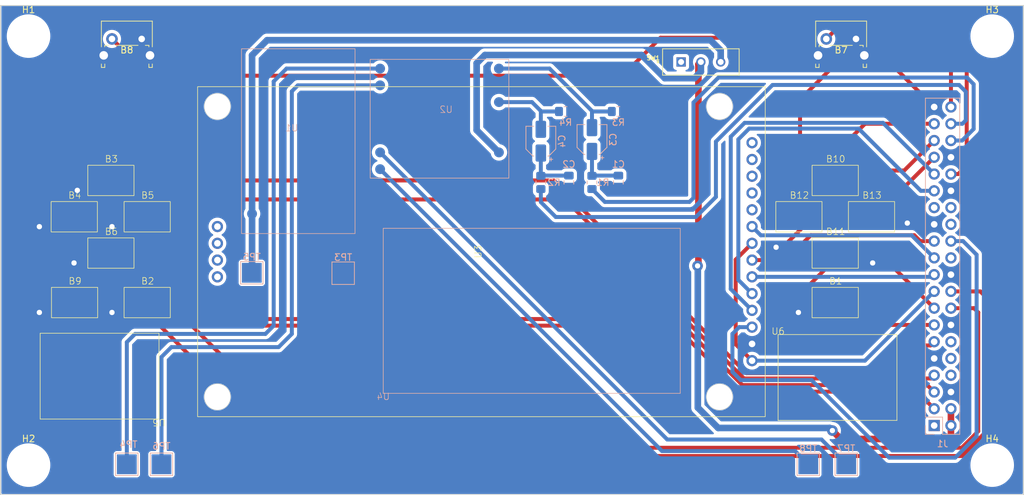
<source format=kicad_pcb>
(kicad_pcb (version 20221018) (generator pcbnew)
  (layers (0 "F.Cu" signal) (31 "B.Cu" signal) (34 "B.Paste" user) (35 "F.Paste" user) (36 "B.SilkS" user "B.Silkscreen") (37 "F.SilkS" user "F.Silkscreen") (38 "B.Mask" user) (39 "F.Mask" user) (44 "Edge.Cuts" user))
  (net 0 "")
  (net 1 "Net-(C1-Pad1)")
  (net 2 "GND")
  (net 3 "Net-(C2-Pad1)")
  (net 4 "/L")
  (net 5 "/R")
  (net 6 "/PWM0")
  (net 7 "/PWM1")
  (net 8 "/audioL-")
  (net 9 "+5V")
  (net 10 "/audioL+")
  (net 11 "/audioR+")
  (net 12 "/audioR-")
  (net 22 "/MISO")
  (net 23 "+3.3V")
  (net 24 "/CLK")
  (net 25 "/MOSI")
  (net 26 "/A0")
  (net 27 "/RST")
  (net 28 "/CS")
  (net 33 "/bt_start")
  (net 36 "/bt_select")
  (net 39 "/bt_L_1")
  (net 42 "/bt_L_2")
  (net 45 "/bt_L_3")
  (net 48 "/bt_L_4")
  (net 51 "/bt_R_1")
  (net 52 "/bt_R_2")
  (net 55 "/bt_R_3")
  (net 58 "/bt_R_4")
  (net 64 "/r_a_R")
  (net 65 "/r_a_L")
  (net 66 "/r_a_Z")
  (net 73 "+BATT")
  (footprint "ili9341:ili9341" (layer "F.Cu") (at 140.365 97.91375 90)
    (fp_text reference "U3" (at 0 -0.5 90 unlocked) (layer "F.SilkS") (effects (font (thickness 0.1))))
    (fp_text value "~")
    (fp_circle (center -22 -40) (end -20 -40) (stroke (width 0.1)) (fill none) (layer "Edge.Cuts"))
    (fp_circle (center -22 36.08) (end -20 36.08) (stroke (width 0.1)) (fill none) (layer "Edge.Cuts"))
    (fp_circle (center 22 -40) (end 24 -40) (stroke (width 0.1)) (fill none) (layer "Edge.Cuts"))
    (fp_circle (center 22 36.08) (end 24 36.08) (stroke (width 0.1)) (fill none) (layer "Edge.Cuts"))
    (pad "1" thru_hole circle (at 16.51 41 90) (size 1.7 1.7) (drill 1) (layers "*.Cu" "*.Mask"))
    (pad "2" thru_hole circle (at 13.97 41 90) (size 1.7 1.7) (drill 1) (layers "*.Cu" "*.Mask"))
    (pad "3" thru_hole circle (at 11.43 41 90) (size 1.7 1.7) (drill 1) (layers "*.Cu" "*.Mask"))
    (pad "4" thru_hole circle (at 8.89 41 90) (size 1.7 1.7) (drill 1) (layers "*.Cu" "*.Mask"))
    (pad "5" thru_hole circle (at 6.35 41 90) (size 1.7 1.7) (drill 1) (layers "*.Cu" "*.Mask"))
    (pad "6" thru_hole circle (at 3.81 41 90) (size 1.7 1.7) (drill 1) (layers "*.Cu" "*.Mask") (net 22 "/MISO"))
    (pad "7" thru_hole circle (at 1.27 41 90) (size 1.7 1.7) (drill 1) (layers "*.Cu" "*.Mask") (net 23 "+3.3V"))
    (pad "8" thru_hole circle (at -1.27 41 90) (size 1.7 1.7) (drill 1) (layers "*.Cu" "*.Mask") (net 24 "/CLK"))
    (pad "9" thru_hole circle (at -3.81 41 90) (size 1.7 1.7) (drill 1) (layers "*.Cu" "*.Mask") (net 25 "/MOSI"))
    (pad "10" thru_hole circle (at -6.35 41 90) (size 1.7 1.7) (drill 1) (layers "*.Cu" "*.Mask") (net 26 "/A0"))
    (pad "11" thru_hole circle (at -8.89 41 90) (size 1.7 1.7) (drill 1) (layers "*.Cu" "*.Mask") (net 27 "/RST"))
    (pad "12" thru_hole circle (at -11.43 41 90) (size 1.7 1.7) (drill 1) (layers "*.Cu" "*.Mask") (net 28 "/CS"))
    (pad "13" thru_hole circle (at -13.97 41 90) (size 1.7 1.7) (drill 1) (layers "*.Cu" "*.Mask") (net 2 "GND"))
    (pad "14" thru_hole circle (at -16.51 41 90) (size 1.7 1.7) (drill 1) (layers "*.Cu" "*.Mask") (net 23 "+3.3V"))
    (pad "15" thru_hole circle (at 3.81 -40 90) (size 1.7 1.7) (drill 1) (layers "*.Cu" "*.Mask"))
    (pad "16" thru_hole circle (at 1.27 -40 90) (size 1.7 1.7) (drill 1) (layers "*.Cu" "*.Mask"))
    (pad "17" thru_hole circle (at -1.27 -40 90) (size 1.7 1.7) (drill 1) (layers "*.Cu" "*.Mask"))
    (pad "18" thru_hole circle (at -3.81 -40 90) (size 1.7 1.7) (drill 1) (layers "*.Cu" "*.Mask"))
  )
  (footprint "smd_button_grond:45x45x55" (layer "F.Cu") (at 84.225 87.17)
    (fp_text reference "B3" (at 0.075 -3.3 unlocked) (layer "F.SilkS") (effects (font (thickness 0.1))))
    (fp_text value "~")
    (pad "1" smd rect (at -2.825 -1.55) (size 1.15 0.7) (layers "F.Cu" "F.Paste" "F.Mask") (net 39 "/bt_L_1"))
    (pad "2" smd rect (at -2.825 1.45) (size 1.15 0.7) (layers "F.Cu" "F.Paste" "F.Mask") (net 2 "GND"))
    (pad "3" smd rect (at 2.825 -1.55) (size 1.15 0.7) (layers "F.Cu" "F.Paste" "F.Mask"))
    (pad "4" smd rect (at 2.825 1.45) (size 1.15 0.7) (layers "F.Cu" "F.Paste" "F.Mask"))
  )
  (footprint "smd_button_grond:45x45x55" (layer "F.Cu") (at 89.725 92.67)
    (fp_text reference "B5" (at 0.075 -3.3 unlocked) (layer "F.SilkS") (effects (font (thickness 0.1))))
    (fp_text value "~")
    (pad "1" smd rect (at -2.825 -1.55) (size 1.15 0.7) (layers "F.Cu" "F.Paste" "F.Mask") (net 45 "/bt_L_3"))
    (pad "2" smd rect (at -2.825 1.45) (size 1.15 0.7) (layers "F.Cu" "F.Paste" "F.Mask") (net 2 "GND"))
    (pad "3" smd rect (at 2.825 -1.55) (size 1.15 0.7) (layers "F.Cu" "F.Paste" "F.Mask"))
    (pad "4" smd rect (at 2.825 1.45) (size 1.15 0.7) (layers "F.Cu" "F.Paste" "F.Mask"))
  )
  (footprint "MountingHole:MountingHole_3mm" (layer "F.Cu") (at 217.75 65.25)
    (fp_text reference "H3" (at 0 -4) (layer "F.SilkS"))
    (fp_text value "MountingHole" hide)
    (pad "" np_thru_hole circle (at 0 0) (size 3 3) (drill 3) (layers "*.Cu" "*.Mask"))
  )
  (footprint "MountingHole:MountingHole_3mm" (layer "F.Cu") (at 71.75 65.25)
    (fp_text reference "H1" (at 0 -4) (layer "F.SilkS"))
    (fp_text value "MountingHole" hide)
    (pad "" np_thru_hole circle (at 0 0) (size 3 3) (drill 3) (layers "*.Cu" "*.Mask"))
  )
  (footprint "smd_button_grond:45x45x55" (layer "F.Cu") (at 78.675 92.67)
    (fp_text reference "B4" (at 0.075 -3.3 unlocked) (layer "F.SilkS") (effects (font (thickness 0.1))))
    (fp_text value "~")
    (pad "1" smd rect (at -2.825 -1.55) (size 1.15 0.7) (layers "F.Cu" "F.Paste" "F.Mask") (net 42 "/bt_L_2"))
    (pad "2" smd rect (at -2.825 1.45) (size 1.15 0.7) (layers "F.Cu" "F.Paste" "F.Mask") (net 2 "GND"))
    (pad "3" smd rect (at 2.825 -1.55) (size 1.15 0.7) (layers "F.Cu" "F.Paste" "F.Mask"))
    (pad "4" smd rect (at 2.825 1.45) (size 1.15 0.7) (layers "F.Cu" "F.Paste" "F.Mask"))
  )
  (footprint "smd_button_grond:45x45x55" (layer "F.Cu") (at 84.225 98.17)
    (fp_text reference "B6" (at 0.075 -3.3 unlocked) (layer "F.SilkS") (effects (font (thickness 0.1))))
    (fp_text value "~")
    (pad "1" smd rect (at -2.825 -1.55) (size 1.15 0.7) (layers "F.Cu" "F.Paste" "F.Mask") (net 48 "/bt_L_4"))
    (pad "2" smd rect (at -2.825 1.45) (size 1.15 0.7) (layers "F.Cu" "F.Paste" "F.Mask") (net 2 "GND"))
    (pad "3" smd rect (at 2.825 -1.55) (size 1.15 0.7) (layers "F.Cu" "F.Paste" "F.Mask"))
    (pad "4" smd rect (at 2.825 1.45) (size 1.15 0.7) (layers "F.Cu" "F.Paste" "F.Mask"))
  )
  (footprint "smd_button_grond:45x45x55" (layer "F.Cu") (at 193.965 98.17)
    (fp_text reference "B11" (at 0.075 -3.3 unlocked) (layer "F.SilkS") (effects (font (thickness 0.1))))
    (fp_text value "~")
    (pad "1" smd rect (at -2.825 -1.55) (size 1.15 0.7) (layers "F.Cu" "F.Paste" "F.Mask"))
    (pad "2" smd rect (at -2.825 1.45) (size 1.15 0.7) (layers "F.Cu" "F.Paste" "F.Mask"))
    (pad "3" smd rect (at 2.825 -1.55) (size 1.15 0.7) (layers "F.Cu" "F.Paste" "F.Mask") (net 55 "/bt_R_3"))
    (pad "4" smd rect (at 2.825 1.45) (size 1.15 0.7) (layers "F.Cu" "F.Paste" "F.Mask") (net 2 "GND"))
  )
  (footprint "smd_button_grond:45x45x55" (layer "F.Cu") (at 199.465 92.67)
    (fp_text reference "B13" (at 0.075 -3.3 unlocked) (layer "F.SilkS") (effects (font (thickness 0.1))))
    (fp_text value "~")
    (pad "1" smd rect (at -2.825 -1.55) (size 1.15 0.7) (layers "F.Cu" "F.Paste" "F.Mask"))
    (pad "2" smd rect (at -2.825 1.45) (size 1.15 0.7) (layers "F.Cu" "F.Paste" "F.Mask"))
    (pad "3" smd rect (at 2.825 -1.55) (size 1.15 0.7) (layers "F.Cu" "F.Paste" "F.Mask") (net 58 "/bt_R_4"))
    (pad "4" smd rect (at 2.825 1.45) (size 1.15 0.7) (layers "F.Cu" "F.Paste" "F.Mask") (net 2 "GND"))
  )
  (footprint "Button_Switch_THT:SW_Tactile_SPST_Angled_PTS645Vx58-2LFS" (layer "F.Cu") (at 192.615 65.68)
    (fp_text reference "B7" (at 2.25 1.68) (layer "F.SilkS"))
    (fp_text value "~")
    (pad "1" thru_hole circle (at 0 0) (size 1.75 1.75) (drill 0.99) (layers "*.Cu" "*.Mask") (net 64 "/r_a_R"))
    (pad "2" thru_hole circle (at 4.5 0) (size 1.75 1.75) (drill 0.99) (layers "*.Cu" "*.Mask") (net 2 "GND"))
    (pad "3" thru_hole circle (at -1.25 2.49) (size 2.1 2.1) (drill 1.3) (layers "*.Cu" "*.Mask") (net 2 "GND"))
    (pad "4" thru_hole circle (at 5.76 2.49) (size 2.1 2.1) (drill 1.3) (layers "*.Cu" "*.Mask") (net 2 "GND"))
  )
  (footprint "smd_button_grond:45x45x55" (layer "F.Cu") (at 193.965 87.17)
    (fp_text reference "B10" (at 0.075 -3.3 unlocked) (layer "F.SilkS") (effects (font (thickness 0.1))))
    (fp_text value "~")
    (pad "1" smd rect (at -2.825 -1.55) (size 1.15 0.7) (layers "F.Cu" "F.Paste" "F.Mask"))
    (pad "2" smd rect (at -2.825 1.45) (size 1.15 0.7) (layers "F.Cu" "F.Paste" "F.Mask"))
    (pad "3" smd rect (at 2.825 -1.55) (size 1.15 0.7) (layers "F.Cu" "F.Paste" "F.Mask") (net 51 "/bt_R_1"))
    (pad "4" smd rect (at 2.825 1.45) (size 1.15 0.7) (layers "F.Cu" "F.Paste" "F.Mask") (net 2 "GND"))
  )
  (footprint "smd_button_grond:45x45x55" (layer "F.Cu") (at 188.465 92.67)
    (fp_text reference "B12" (at 0.075 -3.3 unlocked) (layer "F.SilkS") (effects (font (thickness 0.1))))
    (fp_text value "~")
    (pad "1" smd rect (at -2.825 -1.55) (size 1.15 0.7) (layers "F.Cu" "F.Paste" "F.Mask"))
    (pad "2" smd rect (at -2.825 1.45) (size 1.15 0.7) (layers "F.Cu" "F.Paste" "F.Mask"))
    (pad "3" smd rect (at 2.825 -1.55) (size 1.15 0.7) (layers "F.Cu" "F.Paste" "F.Mask") (net 52 "/bt_R_2"))
    (pad "4" smd rect (at 2.825 1.45) (size 1.15 0.7) (layers "F.Cu" "F.Paste" "F.Mask") (net 2 "GND"))
  )
  (footprint "hoparlor:hoparlor" (layer "F.Cu") (at 185.315 110.47)
    (fp_text reference "U6" (at 0 -0.5 unlocked) (layer "F.SilkS") (effects (font (thickness 0.1))))
    (fp_text value "~")
  )
  (footprint "Button_Switch_THT:SW_Tactile_SPST_Angled_PTS645Vx58-2LFS" (layer "F.Cu") (at 84.39 65.68)
    (fp_text reference "B8" (at 2.25 1.68) (layer "F.SilkS"))
    (fp_text value "~")
    (pad "1" thru_hole circle (at 0 0) (size 1.75 1.75) (drill 0.99) (layers "*.Cu" "*.Mask") (net 65 "/r_a_L"))
    (pad "2" thru_hole circle (at 4.5 0) (size 1.75 1.75) (drill 0.99) (layers "*.Cu" "*.Mask") (net 2 "GND"))
    (pad "3" thru_hole circle (at -1.25 2.49) (size 2.1 2.1) (drill 1.3) (layers "*.Cu" "*.Mask") (net 2 "GND"))
    (pad "4" thru_hole circle (at 5.76 2.49) (size 2.1 2.1) (drill 1.3) (layers "*.Cu" "*.Mask") (net 2 "GND"))
  )
  (footprint "MountingHole:MountingHole_3mm" (layer "F.Cu") (at 71.75 130.25)
    (fp_text reference "H2" (at 0 -4) (layer "F.SilkS"))
    (fp_text value "MountingHole" hide)
    (pad "" np_thru_hole circle (at 0 0) (size 3 3) (drill 3) (layers "*.Cu" "*.Mask"))
  )
  (footprint "spdt_switch:SW_MINI-SPDT-SW" (layer "F.Cu") (at 173.615 69.17)
    (fp_text reference "SW1" (at -7.22 -0.59) (layer "F.SilkS") (effects (font (size 0.64 0.64))))
    (fp_text value "SW_SPDT")
    (pad "1" thru_hole rect (at -3 0) (size 1.408 1.408) (drill 0.9) (layers "*.Cu" "*.Mask"))
    (pad "2" thru_hole circle (at 0 0) (size 1.408 1.408) (drill 0.9) (layers "*.Cu" "*.Mask") (net 9 "+5V"))
    (pad "3" thru_hole circle (at 3 0) (size 1.408 1.408) (drill 0.9) (layers "*.Cu" "*.Mask") (net 73 "+BATT"))
  )
  (footprint "smd_button_grond:45x45x55" (layer "F.Cu") (at 78.725 105.67)
    (fp_text reference "B9" (at 0.075 -3.3 unlocked) (layer "F.SilkS") (effects (font (thickness 0.1))))
    (fp_text value "~")
    (pad "1" smd rect (at -2.825 -1.55) (size 1.15 0.7) (layers "F.Cu" "F.Paste" "F.Mask") (net 66 "/r_a_Z"))
    (pad "2" smd rect (at -2.825 1.45) (size 1.15 0.7) (layers "F.Cu" "F.Paste" "F.Mask") (net 2 "GND"))
    (pad "3" smd rect (at 2.825 -1.55) (size 1.15 0.7) (layers "F.Cu" "F.Paste" "F.Mask"))
    (pad "4" smd rect (at 2.825 1.45) (size 1.15 0.7) (layers "F.Cu" "F.Paste" "F.Mask"))
  )
  (footprint "smd_button_grond:45x45x55" (layer "F.Cu") (at 89.725 105.67)
    (fp_text reference "B2" (at 0.075 -3.3 unlocked) (layer "F.SilkS") (effects (font (thickness 0.1))))
    (fp_text value "~")
    (pad "1" smd rect (at -2.825 -1.55) (size 1.15 0.7) (layers "F.Cu" "F.Paste" "F.Mask") (net 36 "/bt_select"))
    (pad "2" smd rect (at -2.825 1.45) (size 1.15 0.7) (layers "F.Cu" "F.Paste" "F.Mask") (net 2 "GND"))
    (pad "3" smd rect (at 2.825 -1.55) (size 1.15 0.7) (layers "F.Cu" "F.Paste" "F.Mask"))
    (pad "4" smd rect (at 2.825 1.45) (size 1.15 0.7) (layers "F.Cu" "F.Paste" "F.Mask"))
  )
  (footprint "smd_button_grond:45x45x55" (layer "F.Cu") (at 193.965 105.67)
    (fp_text reference "B1" (at 0.075 -3.3 unlocked) (layer "F.SilkS") (effects (font (thickness 0.1))))
    (fp_text value "~")
    (pad "1" smd rect (at -2.825 -1.55) (size 1.15 0.7) (layers "F.Cu" "F.Paste" "F.Mask") (net 33 "/bt_start"))
    (pad "2" smd rect (at -2.825 1.45) (size 1.15 0.7) (layers "F.Cu" "F.Paste" "F.Mask") (net 2 "GND"))
    (pad "3" smd rect (at 2.825 -1.55) (size 1.15 0.7) (layers "F.Cu" "F.Paste" "F.Mask"))
    (pad "4" smd rect (at 2.825 1.45) (size 1.15 0.7) (layers "F.Cu" "F.Paste" "F.Mask"))
  )
  (footprint "MountingHole:MountingHole_3mm" (layer "F.Cu") (at 217.75 130.25)
    (fp_text reference "H4" (at 0 -4) (layer "F.SilkS"))
    (fp_text value "MountingHole" hide)
    (pad "" np_thru_hole circle (at 0 0) (size 3 3) (drill 3) (layers "*.Cu" "*.Mask"))
  )
  (footprint "hoparlor:hoparlor" (layer "F.Cu") (at 91.515 123.27 180)
    (fp_text reference "U5" (at 0 -0.5 180 unlocked) (layer "F.SilkS") (effects (font (thickness 0.1))))
    (fp_text value "~")
  )
  (footprint "Resistor_SMD:R_0805_2012Metric_Pad1.20x1.40mm_HandSolder" (layer "B.Cu") (at 157.115 87.42 90)
    (fp_text reference "R1" (at 0 1.65) (layer "B.SilkS") (effects (justify mirror)))
    (fp_text value "R" hide)
    (pad "1" smd roundrect (at -1 0 90) (size 1.2 1.4) (layers "B.Cu" "B.Paste" "B.Mask") (roundrect_rratio 0.2083333333) (net 6 "/PWM0"))
    (pad "2" smd roundrect (at 1 0 90) (size 1.2 1.4) (layers "B.Cu" "B.Paste" "B.Mask") (roundrect_rratio 0.2083333333) (net 1 "Net-(C1-Pad1)"))
  )
  (footprint "Capacitor_SMD:CP_Elec_4x5.4" (layer "B.Cu") (at 149.365 81.17 90)
    (fp_text reference "C4" (at 0 3.2 90) (layer "B.SilkS") (effects (justify mirror)))
    (fp_text value "C")
    (pad "1" smd roundrect (at -1.8 0 90) (size 2.6 1.6) (layers "B.Cu" "B.Paste" "B.Mask") (roundrect_rratio 0.15625) (net 3 "Net-(C2-Pad1)"))
    (pad "2" smd roundrect (at 1.8 0 90) (size 2.6 1.6) (layers "B.Cu" "B.Paste" "B.Mask") (roundrect_rratio 0.15625) (net 5 "/R"))
  )
  (footprint "TestPoint:TestPoint_Pad_3.0x3.0mm" (layer "B.Cu") (at 195.64 130.12 180)
    (fp_text reference "TP7" (at 0 2.398) (layer "B.SilkS") (effects (justify mirror)))
    (fp_text value "TestPoint" hide)
    (pad "1" smd rect (at 0 0 180) (size 3 3) (layers "B.Cu" "B.Mask") (net 11 "/audioR+"))
  )
  (footprint "TestPoint:TestPoint_Pad_3.0x3.0mm" (layer "B.Cu") (at 91.89 130.12 -90)
    (fp_text reference "TP6" (at -2.75 0 -180) (layer "B.SilkS") (effects (justify mirror)))
    (fp_text value "TestPoint" hide)
    (pad "1" smd rect (at 0 0 270) (size 3 3) (layers "B.Cu" "B.Mask") (net 10 "/audioL+"))
  )
  (footprint "TestPoint:TestPoint_Pad_3.0x3.0mm" (layer "B.Cu") (at 119.415 101.17 180)
    (fp_text reference "TP3" (at 0 2.398) (layer "B.SilkS") (effects (justify mirror)))
    (fp_text value "TestPoint" hide)
    (pad "1" smd rect (at 0 0 180) (size 3 3) (layers "B.Cu" "B.Mask") (net 2 "GND"))
  )
  (footprint "TestPoint:TestPoint_Pad_3.0x3.0mm" (layer "B.Cu") (at 189.89 130.12 180)
    (fp_text reference "TP8" (at 0 2.398) (layer "B.SilkS") (effects (justify mirror)))
    (fp_text value "TestPoint" hide)
    (pad "1" smd rect (at 0 0 180) (size 3 3) (layers "B.Cu" "B.Mask") (net 12 "/audioR-"))
  )
  (footprint "Capacitor_SMD:C_0805_2012Metric_Pad1.18x1.45mm_HandSolder" (layer "B.Cu") (at 161.115 87.42 -90)
    (fp_text reference "C1" (at -2.75 0) (layer "B.SilkS") (effects (justify mirror)))
    (fp_text value "C" hide)
    (pad "1" smd roundrect (at -1.0375 0 270) (size 1.175 1.45) (layers "B.Cu" "B.Paste" "B.Mask") (roundrect_rratio 0.2127659574) (net 1 "Net-(C1-Pad1)"))
    (pad "2" smd roundrect (at 1.0375 0 270) (size 1.175 1.45) (layers "B.Cu" "B.Paste" "B.Mask") (roundrect_rratio 0.2127659574) (net 2 "GND"))
  )
  (footprint "TestPoint:TestPoint_Pad_3.0x3.0mm" (layer "B.Cu") (at 105.575 101.11 180)
    (fp_text reference "TP5" (at 0 2.398) (layer "B.SilkS") (effects (justify mirror)))
    (fp_text value "TestPoint" hide)
    (pad "1" smd rect (at 0 0 180) (size 3 3) (layers "B.Cu" "B.Mask") (net 73 "+BATT"))
  )
  (footprint "Connector_PinSocket_2.54mm:PinSocket_2x20_P2.54mm_Vertical" (layer "B.Cu") (at 214.04 124.25)
    (fp_text reference "J1" (at -3.81 2.77) (layer "B.SilkS") (effects (justify mirror)))
    (fp_text value "Conn_02x20_Row_Letter_First" hide)
    (pad "1" thru_hole rect (at -5.08 0) (size 1.7 1.7) (drill 1) (layers "*.Cu" "*.Mask"))
    (pad "2" thru_hole oval (at -2.54 0) (size 1.7 1.7) (drill 1) (layers "*.Cu" "*.Mask") (net 9 "+5V"))
    (pad "3" thru_hole oval (at -5.08 -2.54) (size 1.7 1.7) (drill 1) (layers "*.Cu" "*.Mask") (net 48 "/bt_L_4"))
    (pad "4" thru_hole oval (at -2.54 -2.54) (size 1.7 1.7) (drill 1) (layers "*.Cu" "*.Mask") (net 9 "+5V"))
    (pad "5" thru_hole oval (at -5.08 -5.08) (size 1.7 1.7) (drill 1) (layers "*.Cu" "*.Mask") (net 45 "/bt_L_3"))
    (pad "6" thru_hole oval (at -2.54 -5.08) (size 1.7 1.7) (drill 1) (layers "*.Cu" "*.Mask") (net 2 "GND"))
    (pad "7" thru_hole oval (at -5.08 -7.62) (size 1.7 1.7) (drill 1) (layers "*.Cu" "*.Mask") (net 42 "/bt_L_2"))
    (pad "8" thru_hole oval (at -2.54 -7.62) (size 1.7 1.7) (drill 1) (layers "*.Cu" "*.Mask"))
    (pad "9" thru_hole oval (at -5.08 -10.16) (size 1.7 1.7) (drill 1) (layers "*.Cu" "*.Mask") (net 2 "GND"))
    (pad "10" thru_hole oval (at -2.54 -10.16) (size 1.7 1.7) (drill 1) (layers "*.Cu" "*.Mask"))
    (pad "11" thru_hole oval (at -5.08 -12.7) (size 1.7 1.7) (drill 1) (layers "*.Cu" "*.Mask") (net 39 "/bt_L_1"))
    (pad "12" thru_hole oval (at -2.54 -12.7) (size 1.7 1.7) (drill 1) (layers "*.Cu" "*.Mask"))
    (pad "13" thru_hole oval (at -5.08 -15.24) (size 1.7 1.7) (drill 1) (layers "*.Cu" "*.Mask") (net 33 "/bt_start"))
    (pad "14" thru_hole oval (at -2.54 -15.24) (size 1.7 1.7) (drill 1) (layers "*.Cu" "*.Mask") (net 2 "GND"))
    (pad "15" thru_hole oval (at -5.08 -17.78) (size 1.7 1.7) (drill 1) (layers "*.Cu" "*.Mask") (net 55 "/bt_R_3"))
    (pad "16" thru_hole oval (at -2.54 -17.78) (size 1.7 1.7) (drill 1) (layers "*.Cu" "*.Mask") (net 66 "/r_a_Z"))
    (pad "17" thru_hole oval (at -5.08 -20.32) (size 1.7 1.7) (drill 1) (layers "*.Cu" "*.Mask") (net 23 "+3.3V"))
    (pad "18" thru_hole oval (at -2.54 -20.32) (size 1.7 1.7) (drill 1) (layers "*.Cu" "*.Mask") (net 36 "/bt_select"))
    (pad "19" thru_hole oval (at -5.08 -22.86) (size 1.7 1.7) (drill 1) (layers "*.Cu" "*.Mask") (net 25 "/MOSI"))
    (pad "20" thru_hole oval (at -2.54 -22.86) (size 1.7 1.7) (drill 1) (layers "*.Cu" "*.Mask") (net 2 "GND"))
    (pad "21" thru_hole oval (at -5.08 -25.4) (size 1.7 1.7) (drill 1) (layers "*.Cu" "*.Mask") (net 22 "/MISO"))
    (pad "22" thru_hole oval (at -2.54 -25.4) (size 1.7 1.7) (drill 1) (layers "*.Cu" "*.Mask"))
    (pad "23" thru_hole oval (at -5.08 -27.94) (size 1.7 1.7) (drill 1) (layers "*.Cu" "*.Mask") (net 24 "/CLK"))
    (pad "24" thru_hole oval (at -2.54 -27.94) (size 1.7 1.7) (drill 1) (layers "*.Cu" "*.Mask") (net 28 "/CS"))
    (pad "25" thru_hole oval (at -5.08 -30.48) (size 1.7 1.7) (drill 1) (layers "*.Cu" "*.Mask") (net 2 "GND"))
    (pad "26" thru_hole oval (at -2.54 -30.48) (size 1.7 1.7) (drill 1) (layers "*.Cu" "*.Mask"))
    (pad "27" thru_hole oval (at -5.08 -33.02) (size 1.7 1.7) (drill 1) (layers "*.Cu" "*.Mask"))
    (pad "28" thru_hole oval (at -2.54 -33.02) (size 1.7 1.7) (drill 1) (layers "*.Cu" "*.Mask"))
    (pad "29" thru_hole oval (at -5.08 -35.56) (size 1.7 1.7) (drill 1) (layers "*.Cu" "*.Mask") (net 26 "/A0"))
    (pad "30" thru_hole oval (at -2.54 -35.56) (size 1.7 1.7) (drill 1) (layers "*.Cu" "*.Mask") (net 2 "GND"))
    (pad "31" thru_hole oval (at -5.08 -38.1) (size 1.7 1.7) (drill 1) (layers "*.Cu" "*.Mask") (net 27 "/RST"))
    (pad "32" thru_hole oval (at -2.54 -38.1) (size 1.7 1.7) (drill 1) (layers "*.Cu" "*.Mask") (net 65 "/r_a_L"))
    (pad "33" thru_hole oval (at -5.08 -40.64) (size 1.7 1.7) (drill 1) (layers "*.Cu" "*.Mask") (net 58 "/bt_R_4"))
    (pad "34" thru_hole oval (at -2.54 -40.64) (size 1.7 1.7) (drill 1) (layers "*.Cu" "*.Mask") (net 2 "GND"))
    (pad "35" thru_hole oval (at -5.08 -43.18) (size 1.7 1.7) (drill 1) (layers "*.Cu" "*.Mask") (net 51 "/bt_R_1"))
    (pad "36" thru_hole oval (at -2.54 -43.18) (size 1.7 1.7) (drill 1) (layers "*.Cu" "*.Mask") (net 6 "/PWM0"))
    (pad "37" thru_hole oval (at -5.08 -45.72) (size 1.7 1.7) (drill 1) (layers "*.Cu" "*.Mask") (net 52 "/bt_R_2"))
    (pad "38" thru_hole oval (at -2.54 -45.72) (size 1.7 1.7) (drill 1) (layers "*.Cu" "*.Mask") (net 7 "/PWM1"))
    (pad "39" thru_hole oval (at -5.08 -48.26) (size 1.7 1.7) (drill 1) (layers "*.Cu" "*.Mask") (net 2 "GND"))
    (pad "40" thru_hole oval (at -2.54 -48.26) (size 1.7 1.7) (drill 1) (layers "*.Cu" "*.Mask") (net 64 "/r_a_R"))
  )
  (footprint "Capacitor_SMD:C_0805_2012Metric_Pad1.18x1.45mm_HandSolder" (layer "B.Cu") (at 153.615 87.42 -90)
    (fp_text reference "C2" (at -2.75 0) (layer "B.SilkS") (effects (justify mirror)))
    (fp_text value "C" hide)
    (pad "1" smd roundrect (at -1.0375 0 270) (size 1.175 1.45) (layers "B.Cu" "B.Paste" "B.Mask") (roundrect_rratio 0.2127659574) (net 3 "Net-(C2-Pad1)"))
    (pad "2" smd roundrect (at 1.0375 0 270) (size 1.175 1.45) (layers "B.Cu" "B.Paste" "B.Mask") (roundrect_rratio 0.2127659574) (net 2 "GND"))
  )
  (footprint "Resistor_SMD:R_0805_2012Metric_Pad1.20x1.40mm_HandSolder" (layer "B.Cu") (at 153.115 76.67)
    (fp_text reference "R4" (at 0 1.65) (layer "B.SilkS") (effects (justify mirror)))
    (fp_text value "R" hide)
    (pad "1" smd roundrect (at -1 0) (size 1.2 1.4) (layers "B.Cu" "B.Paste" "B.Mask") (roundrect_rratio 0.2083333333) (net 5 "/R"))
    (pad "2" smd roundrect (at 1 0) (size 1.2 1.4) (layers "B.Cu" "B.Paste" "B.Mask") (roundrect_rratio 0.2083333333) (net 2 "GND"))
  )
  (footprint "Capacitor_SMD:CP_Elec_4x5.4" (layer "B.Cu") (at 157.115 80.92 90)
    (fp_text reference "C3" (at 0 3.2 90) (layer "B.SilkS") (effects (justify mirror)))
    (fp_text value "C")
    (pad "1" smd roundrect (at -1.8 0 90) (size 2.6 1.6) (layers "B.Cu" "B.Paste" "B.Mask") (roundrect_rratio 0.15625) (net 1 "Net-(C1-Pad1)"))
    (pad "2" smd roundrect (at 1.8 0 90) (size 2.6 1.6) (layers "B.Cu" "B.Paste" "B.Mask") (roundrect_rratio 0.15625) (net 4 "/L"))
  )
  (footprint "Resistor_SMD:R_0805_2012Metric_Pad1.20x1.40mm_HandSolder" (layer "B.Cu") (at 149.365 87.42 90)
    (fp_text reference "R2" (at 0 2) (layer "B.SilkS") (effects (justify mirror)))
    (fp_text value "R" hide)
    (pad "1" smd roundrect (at -1 0 90) (size 1.2 1.4) (layers "B.Cu" "B.Paste" "B.Mask") (roundrect_rratio 0.2083333333) (net 7 "/PWM1"))
    (pad "2" smd roundrect (at 1 0 90) (size 1.2 1.4) (layers "B.Cu" "B.Paste" "B.Mask") (roundrect_rratio 0.2083333333) (net 3 "Net-(C2-Pad1)"))
  )
  (footprint "pam8403:pam8403" (layer "B.Cu") (at 134.015 78.17 -90)
    (fp_text reference "U2" (at -1.8 -1 unlocked) (layer "B.SilkS") (effects (font (thickness 0.1)) (justify mirror)))
    (fp_text value "~")
    (pad "1" smd circle (at -8 9 270) (size 1.5 1.5) (layers "B.Cu" "B.Paste" "B.Mask") (net 8 "/audioL-"))
    (pad "2" smd circle (at -5.46 9 270) (size 1.5 1.5) (layers "B.Cu" "B.Paste" "B.Mask") (net 10 "/audioL+"))
    (pad "3" smd circle (at 4.7 9 270) (size 1.5 1.5) (layers "B.Cu" "B.Paste" "B.Mask") (net 11 "/audioR+"))
    (pad "4" smd circle (at 7.24 9 270) (size 1.5 1.5) (layers "B.Cu" "B.Paste" "B.Mask") (net 12 "/audioR-"))
    (pad "5" smd circle (at -8 -9 270) (size 1.5 1.5) (layers "B.Cu" "B.Paste" "B.Mask") (net 4 "/L"))
    (pad "6" smd circle (at -5.46 -9 270) (size 1.5 1.5) (layers "B.Cu" "B.Paste" "B.Mask") (net 2 "GND"))
    (pad "7" smd circle (at -2.92 -9 270) (size 1.5 1.5) (layers "B.Cu" "B.Paste" "B.Mask") (net 5 "/R"))
    (pad "8" smd circle (at 4.7 -9 270) (size 1.5 1.5) (layers "B.Cu" "B.Paste" "B.Mask") (net 9 "+5V"))
    (pad "9" smd circle (at 7.24 -9 270) (size 1.5 1.5) (layers "B.Cu" "B.Paste" "B.Mask") (net 2 "GND"))
  )
  (footprint "tp4056:tp4056" (layer "B.Cu") (at 112.615 81.17 180)
    (fp_text reference "U1" (at 1 2 unlocked) (layer "B.SilkS") (effects (font (thickness 0.1)) (justify mirror)))
    (fp_text value "~")
    (pad "3" smd circle (at 7 -11 180) (size 1.5 1.5) (layers "B.Cu" "B.Paste" "B.Mask") (net 73 "+BATT"))
    (pad "6" smd circle (at -7 -11 180) (size 1.5 1.5) (layers "B.Cu" "B.Paste" "B.Mask") (net 2 "GND"))
  )
  (footprint "Resistor_SMD:R_0805_2012Metric_Pad1.20x1.40mm_HandSolder" (layer "B.Cu") (at 161.115 76.67)
    (fp_text reference "R3" (at 0 1.65) (layer "B.SilkS") (effects (justify mirror)))
    (fp_text value "R" hide)
    (pad "1" smd roundrect (at -1 0) (size 1.2 1.4) (layers "B.Cu" "B.Paste" "B.Mask") (roundrect_rratio 0.2083333333) (net 4 "/L"))
    (pad "2" smd roundrect (at 1 0) (size 1.2 1.4) (layers "B.Cu" "B.Paste" "B.Mask") (roundrect_rratio 0.2083333333) (net 2 "GND"))
  )
  (footprint "TestPoint:TestPoint_Pad_3.0x3.0mm" (layer "B.Cu") (at 86.64 130.12 -90)
    (fp_text reference "TP4" (at -3 -0.25 -180) (layer "B.SilkS") (effects (justify mirror)))
    (fp_text value "TestPoint" hide)
    (pad "1" smd rect (at 0 0 270) (size 3 3) (layers "B.Cu" "B.Mask") (net 8 "/audioL-"))
  )
  (footprint "smd_button_grond:pil" (layer "B.Cu") (at 125.49 119.37)
    (fp_text reference "U4" (at 0 0.5 unlocked) (layer "B.SilkS") (effects (font (thickness 0.1)) (justify mirror)))
    (fp_text value "~" hide)
  )
  (gr_line (start 222.5 60.62) (end 67.5 60.62) (stroke (width 0.15)) (layer "Edge.Cuts"))
  (gr_line (start 67.5 134.75) (end 67.5 60.62) (stroke (width 0.15)) (layer "Edge.Cuts"))
  (gr_line (start 222.5 60.62) (end 222.5 134.75) (stroke (width 0.15)) (layer "Edge.Cuts"))
  (gr_line (start 222.5 134.75) (end 67.5 134.75) (stroke (width 0.15)) (layer "Edge.Cuts"))
  (segment (start 157.115 82.72) (end 157.115 86.42) (width 0.6) (layer "B.Cu") (net 1))
  (segment (start 157.1525 86.3825) (end 157.115 86.42) (width 0.6) (layer "B.Cu") (net 1))
  (segment (start 161.115 86.3825) (end 157.1525 86.3825) (width 0.6) (layer "B.Cu") (net 1))
  (segment (start 193.39 99.62) (end 196.79 99.62) (width 0.6) (layer "F.Cu") (net 2))
  (segment (start 188.64 74.87) (end 188.64 91.47) (width 0.6) (layer "F.Cu") (net 2))
  (segment (start 201.14 68.17) (end 208.96 75.99) (width 0.6) (layer "F.Cu") (net 2))
  (segment (start 188.64 91.47) (end 191.29 94.12) (width 0.6) (layer "F.Cu") (net 2))
  (segment (start 81.4 88.62) (end 79.14 88.62) (width 0.6) (layer "F.Cu") (net 2))
  (segment (start 191.14 107.12) (end 188.39 107.12) (width 0.6) (layer "F.Cu") (net 2))
  (segment (start 75.85 94.12) (end 73.39 94.12) (width 0.6) (layer "F.Cu") (net 2))
  (segment (start 186.02 97.24) (end 189.14 94.12) (width 0.6) (layer "F.Cu") (net 2))
  (segment (start 189.14 94.12) (end 191.29 94.12) (width 0.6) (layer "F.Cu") (net 2))
  (segment (start 191.29 94.12) (end 196.79 88.62) (width 0.6) (layer "F.Cu") (net 2))
  (segment (start 196.79 99.62) (end 199.64 99.62) (width 0.6) (layer "F.Cu") (net 2))
  (segment (start 198.375 68.17) (end 201.14 68.17) (width 0.6) (layer "F.Cu") (net 2))
  (segment (start 75.9 107.12) (end 73.39 107.12) (width 0.6) (layer "F.Cu") (net 2))
  (segment (start 185.01 97.24) (end 186.02 97.24) (width 0.6) (layer "F.Cu") (net 2))
  (segment (start 188.39 104.62) (end 193.39 99.62) (width 0.6) (layer "F.Cu") (net 2))
  (segment (start 198.375 68.17) (end 195.34 68.17) (width 0.6) (layer "F.Cu") (net 2))
  (segment (start 81.4 99.62) (end 78.64 99.62) (width 0.6) (layer "F.Cu") (net 2))
  (segment (start 86.9 94.12) (end 84.39 94.12) (width 0.6) (layer "F.Cu") (net 2))
  (segment (start 196.79 88.62) (end 202.29 94.12) (width 0.6) (layer "F.Cu") (net 2))
  (segment (start 204.35 94.12) (end 204.89 93.58) (width 0.6) (layer "F.Cu") (net 2))
  (segment (start 195.34 68.17) (end 188.64 74.87) (width 0.6) (layer "F.Cu") (net 2))
  (segment (start 188.39 107.12) (end 188.39 104.62) (width 0.6) (layer "F.Cu") (net 2))
  (segment (start 202.29 94.12) (end 204.35 94.12) (width 0.6) (layer "F.Cu") (net 2))
  (segment (start 86.9 107.12) (end 84.39 107.12) (width 0.6) (layer "F.Cu") (net 2))
  (via (at 84.39 107.12) (size 1.6) (drill 0.8) (layers "F.Cu" "B.Cu") (net 2))
  (via (at 199.64 99.62) (size 1.6) (drill 0.8) (layers "F.Cu" "B.Cu") (net 2))
  (via (at 78.64 99.62) (size 1.6) (drill 0.8) (layers "F.Cu" "B.Cu") (net 2))
  (via (at 204.89 93.58) (size 1.6) (drill 0.8) (layers "F.Cu" "B.Cu") (net 2))
  (via (at 73.39 94.12) (size 1.6) (drill 0.8) (layers "F.Cu" "B.Cu") (net 2))
  (via (at 188.39 107.12) (size 1.6) (drill 0.8) (layers "F.Cu" "B.Cu") (net 2))
  (via (at 185.01 97.24) (size 1.6) (drill 0.8) (layers "F.Cu" "B.Cu") (net 2))
  (via (at 73.39 107.12) (size 1.6) (drill 0.8) (layers "F.Cu" "B.Cu") (net 2))
  (via (at 79.14 88.62) (size 1.6) (drill 0.8) (layers "F.Cu" "B.Cu") (net 2))
  (via (at 84.39 94.12) (size 1.6) (drill 0.8) (layers "F.Cu" "B.Cu") (net 2))
  (segment (start 185.01 97.24) (end 185.89 98.12) (width 0.6) (layer "B.Cu") (net 2))
  (segment (start 198.14 98.12) (end 199.64 99.62) (width 0.6) (layer "B.Cu") (net 2))
  (segment (start 185.89 98.12) (end 198.14 98.12) (width 0.6) (layer "B.Cu") (net 2))
  (segment (start 153.615 86.3825) (end 149.4025 86.3825) (width 0.6) (layer "B.Cu") (net 3))
  (segment (start 149.365 82.97) (end 149.365 86.42) (width 0.6) (layer "B.Cu") (net 3))
  (segment (start 149.4025 86.3825) (end 149.365 86.42) (width 0.6) (layer "B.Cu") (net 3))
  (segment (start 157.19 76.67) (end 157.115 76.595) (width 0.6) (layer "B.Cu") (net 4))
  (segment (start 150.69 70.17) (end 143.015 70.17) (width 0.6) (layer "B.Cu") (net 4))
  (segment (start 157.115 79.12) (end 157.115 76.595) (width 0.6) (layer "B.Cu") (net 4))
  (segment (start 157.115 76.595) (end 150.69 70.17) (width 0.6) (layer "B.Cu") (net 4))
  (segment (start 160.115 76.67) (end 157.19 76.67) (width 0.6) (layer "B.Cu") (net 4))
  (segment (start 149.44 76.67) (end 149.365 76.595) (width 0.6) (layer "B.Cu") (net 5))
  (segment (start 149.365 76.595) (end 149.365 79.37) (width 0.6) (layer "B.Cu") (net 5))
  (segment (start 148.02 75.25) (end 149.365 76.595) (width 0.6) (layer "B.Cu") (net 5))
  (segment (start 143.015 75.25) (end 148.02 75.25) (width 0.6) (layer "B.Cu") (net 5))
  (segment (start 152.115 76.67) (end 149.44 76.67) (width 0.6) (layer "B.Cu") (net 5))
  (segment (start 172.49 75.31) (end 176.27 71.53) (width 0.6) (layer "B.Cu") (net 6))
  (segment (start 159.065 90.37) (end 171.89 90.37) (width 0.6) (layer "B.Cu") (net 6))
  (segment (start 214.94 79.32) (end 213.19 81.07) (width 0.6) (layer "B.Cu") (net 6))
  (segment (start 171.89 90.37) (end 172.49 89.77) (width 0.6) (layer "B.Cu") (net 6))
  (segment (start 172.49 89.77) (end 172.49 75.31) (width 0.6) (layer "B.Cu") (net 6))
  (segment (start 213.19 81.07) (end 211.5 81.07) (width 0.6) (layer "B.Cu") (net 6))
  (segment (start 213.93137 71.53) (end 214.94 72.53863) (width 0.6) (layer "B.Cu") (net 6))
  (segment (start 176.27 71.53) (end 213.93137 71.53) (width 0.6) (layer "B.Cu") (net 6))
  (segment (start 214.94 72.53863) (end 214.94 79.32) (width 0.6) (layer "B.Cu") (net 6))
  (segment (start 157.115 88.42) (end 159.065 90.37) (width 0.6) (layer "B.Cu") (net 6))
  (segment (start 175.89 81.23) (end 184.47 72.65) (width 0.6) (layer "B.Cu") (net 7))
  (segment (start 151.63 92.66) (end 172.85 92.66) (width 0.6) (layer "B.Cu") (net 7))
  (segment (start 149.365 88.42) (end 149.365 90.395) (width 0.6) (layer "B.Cu") (net 7))
  (segment (start 149.365 90.395) (end 151.63 92.66) (width 0.6) (layer "B.Cu") (net 7))
  (segment (start 213.75 78.01) (end 213.23 78.53) (width 0.6) (layer "B.Cu") (net 7))
  (segment (start 213.23 78.53) (end 211.5 78.53) (width 0.6) (layer "B.Cu") (net 7))
  (segment (start 184.47 72.65) (end 212.73 72.65) (width 0.6) (layer "B.Cu") (net 7))
  (segment (start 175.89 89.62) (end 175.89 81.23) (width 0.6) (layer "B.Cu") (net 7))
  (segment (start 213.75 73.67) (end 213.75 78.01) (width 0.6) (layer "B.Cu") (net 7))
  (segment (start 212.73 72.65) (end 213.75 73.67) (width 0.6) (layer "B.Cu") (net 7))
  (segment (start 172.85 92.66) (end 175.89 89.62) (width 0.6) (layer "B.Cu") (net 7))
  (segment (start 110.84 70.17) (end 108.89 72.12) (width 0.6) (layer "B.Cu") (net 8))
  (segment (start 108.89 109.12) (end 107.64 110.37) (width 0.6) (layer "B.Cu") (net 8))
  (segment (start 125.015 70.17) (end 110.84 70.17) (width 0.6) (layer "B.Cu") (net 8))
  (segment (start 86.64 111.62) (end 86.64 130.12) (width 0.6) (layer "B.Cu") (net 8))
  (segment (start 87.89 110.37) (end 86.64 111.62) (width 0.6) (layer "B.Cu") (net 8))
  (segment (start 108.89 72.12) (end 108.89 109.12) (width 0.6) (layer "B.Cu") (net 8))
  (segment (start 107.64 110.37) (end 87.89 110.37) (width 0.6) (layer "B.Cu") (net 8))
  (segment (start 194.81 126.29) (end 211.22 126.29) (width 1) (layer "F.Cu") (net 9))
  (segment (start 211.5 126.01) (end 211.5 124.25) (width 1) (layer "F.Cu") (net 9))
  (segment (start 211.22 126.29) (end 211.5 126.01) (width 1) (layer "F.Cu") (net 9))
  (segment (start 173.24 99.93) (end 173.24 69.545) (width 1) (layer "F.Cu") (net 9))
  (segment (start 211.5 121.71) (end 211.5 124.25) (width 1) (layer "F.Cu") (net 9))
  (segment (start 173.11 100.06) (end 173.24 99.93) (width 1) (layer "F.Cu") (net 9))
  (segment (start 193.535 125.015) (end 194.81 126.29) (width 1) (layer "F.Cu") (net 9))
  (segment (start 173.24 69.545) (end 173.615 69.17) (width 1) (layer "F.Cu") (net 9))
  (via (at 193.535 125.015) (size 1.6) (drill 0.8) (layers "F.Cu" "B.Cu") (net 9))
  (via (at 173.11 100.06) (size 1.6) (drill 0.8) (layers "F.Cu" "B.Cu") (net 9))
  (segment (start 173.11 100.06) (end 173.15 100.1) (width 1) (layer "B.Cu") (net 9))
  (segment (start 173.15 121.54) (end 176.23 124.62) (width 1) (layer "B.Cu") (net 9))
  (segment (start 139.64 69.37) (end 140.89 68.12) (width 1) (layer "B.Cu") (net 9))
  (segment (start 172.64 71.62) (end 173.615 70.645) (width 1) (layer "B.Cu") (net 9))
  (segment (start 173.615 70.645) (end 173.615 69.17) (width 1) (layer "B.Cu") (net 9))
  (segment (start 168.14 71.62) (end 172.64 71.62) (width 1) (layer "B.Cu") (net 9))
  (segment (start 140.89 68.12) (end 164.64 68.12) (width 1) (layer "B.Cu") (net 9))
  (segment (start 173.15 100.1) (end 173.15 121.54) (width 1) (layer "B.Cu") (net 9))
  (segment (start 176.23 124.62) (end 193.14 124.62) (width 1) (layer "B.Cu") (net 9))
  (segment (start 139.64 79.495) (end 139.64 69.37) (width 1) (layer "B.Cu") (net 9))
  (segment (start 164.64 68.12) (end 168.14 71.62) (width 1) (layer "B.Cu") (net 9))
  (segment (start 143.015 82.87) (end 139.64 79.495) (width 1) (layer "B.Cu") (net 9))
  (segment (start 193.14 124.62) (end 193.535 125.015) (width 1) (layer "B.Cu") (net 9))
  (segment (start 111.64 110.37) (end 109.64 112.37) (width 0.6) (layer "B.Cu") (net 10))
  (segment (start 112.55 72.71) (end 111.64 73.62) (width 0.6) (layer "B.Cu") (net 10))
  (segment (start 111.64 73.62) (end 111.64 110.37) (width 0.6) (layer "B.Cu") (net 10))
  (segment (start 91.89 113.87) (end 91.89 130.12) (width 0.6) (layer "B.Cu") (net 10))
  (segment (start 109.64 112.37) (end 93.39 112.37) (width 0.6) (layer "B.Cu") (net 10))
  (segment (start 125.015 72.71) (end 112.55 72.71) (width 0.6) (layer "B.Cu") (net 10))
  (segment (start 93.39 112.37) (end 91.89 113.87) (width 0.6) (layer "B.Cu") (net 10))
  (segment (start 125.015 82.87) (end 168.515 126.37) (width 0.6) (layer "B.Cu") (net 11))
  (segment (start 168.515 126.37) (end 191.89 126.37) (width 0.6) (layer "B.Cu") (net 11))
  (segment (start 191.89 126.37) (end 195.64 130.12) (width 0.6) (layer "B.Cu") (net 11))
  (segment (start 187.89 128.12) (end 189.89 130.12) (width 0.6) (layer "B.Cu") (net 12))
  (segment (start 167.725 128.12) (end 187.89 128.12) (width 0.6) (layer "B.Cu") (net 12))
  (segment (start 125.015 85.41) (end 167.725 128.12) (width 0.6) (layer "B.Cu") (net 12))
  (segment (start 208.96 98.85) (end 205.54 95.43) (width 0.6) (layer "B.Cu") (net 22))
  (segment (start 205.54 95.43) (end 182.69125 95.43) (width 0.6) (layer "B.Cu") (net 22))
  (segment (start 182.69125 95.43) (end 181.365 94.10375) (width 0.6) (layer "B.Cu") (net 22))
  (segment (start 178.89 99.11875) (end 178.89 111.94875) (width 0.6) (layer "F.Cu") (net 23))
  (segment (start 181.365 96.64375) (end 178.89 99.11875) (width 0.6) (layer "F.Cu") (net 23))
  (segment (start 178.89 111.94875) (end 181.365 114.42375) (width 0.6) (layer "F.Cu") (net 23))
  (segment (start 181.365 114.42375) (end 198.46625 114.42375) (width 0.6) (layer "B.Cu") (net 23))
  (segment (start 198.46625 114.42375) (end 208.96 103.93) (width 0.6) (layer "B.Cu") (net 23))
  (segment (start 205.95 95.42) (end 206.84 96.31) (width 0.6) (layer "F.Cu") (net 24))
  (segment (start 206.84 96.31) (end 208.96 96.31) (width 0.6) (layer "F.Cu") (net 24))
  (segment (start 190.27 95.42) (end 205.95 95.42) (width 0.6) (layer "F.Cu") (net 24))
  (segment (start 181.365 99.18375) (end 186.50625 99.18375) (width 0.6) (layer "F.Cu") (net 24))
  (segment (start 186.50625 99.18375) (end 190.27 95.42) (width 0.6) (layer "F.Cu") (net 24))
  (segment (start 208.62625 101.72375) (end 208.96 101.39) (width 0.6) (layer "B.Cu") (net 25))
  (segment (start 181.365 101.72375) (end 208.62625 101.72375) (width 0.6) (layer "B.Cu") (net 25))
  (segment (start 181.365 104.26375) (end 179.29 102.18875) (width 0.6) (layer "B.Cu") (net 26))
  (segment (start 180.92 79.26) (end 197.51 79.26) (width 0.6) (layer "B.Cu") (net 26))
  (segment (start 206.94 88.69) (end 208.96 88.69) (width 0.6) (layer "B.Cu") (net 26))
  (segment (start 197.51 79.26) (end 206.94 88.69) (width 0.6) (layer "B.Cu") (net 26))
  (segment (start 179.29 102.18875) (end 179.29 80.89) (width 0.6) (layer "B.Cu") (net 26))
  (segment (start 179.29 80.89) (end 180.92 79.26) (width 0.6) (layer "B.Cu") (net 26))
  (segment (start 178.14 80.49) (end 180.24 78.39) (width 0.6) (layer "B.Cu") (net 27))
  (segment (start 180.24 78.39) (end 201.2 78.39) (width 0.6) (layer "B.Cu") (net 27))
  (segment (start 181.365 106.80375) (end 178.14 103.57875) (width 0.6) (layer "B.Cu") (net 27))
  (segment (start 178.14 103.57875) (end 178.14 80.49) (width 0.6) (layer "B.Cu") (net 27))
  (segment (start 201.2 78.39) (end 208.96 86.15) (width 0.6) (layer "B.Cu") (net 27))
  (segment (start 181.365 109.34375) (end 181.365 109.595) (width 0.6) (layer "B.Cu") (net 28))
  (segment (start 179.41625 109.34375) (end 181.365 109.34375) (width 0.6) (layer "B.Cu") (net 28))
  (segment (start 178.39 116.12) (end 178.39 110.37) (width 0.6) (layer "B.Cu") (net 28))
  (segment (start 215.39 125.87) (end 212.14 129.12) (width 0.6) (layer "B.Cu") (net 28))
  (segment (start 202.14 129.12) (end 190.39 117.37) (width 0.6) (layer "B.Cu") (net 28))
  (segment (start 178.39 110.37) (end 179.41625 109.34375) (width 0.6) (layer "B.Cu") (net 28))
  (segment (start 179.64 117.37) (end 178.39 116.12) (width 0.6) (layer "B.Cu") (net 28))
  (segment (start 211.5 96.31) (end 213.33 96.31) (width 0.6) (layer "B.Cu") (net 28))
  (segment (start 190.39 117.37) (end 179.64 117.37) (width 0.6) (layer "B.Cu") (net 28))
  (segment (start 213.33 96.31) (end 215.39 98.37) (width 0.6) (layer "B.Cu") (net 28))
  (segment (start 212.14 129.12) (end 202.14 129.12) (width 0.6) (layer "B.Cu") (net 28))
  (segment (start 215.39 98.37) (end 215.39 125.87) (width 0.6) (layer "B.Cu") (net 28))
  (segment (start 196.03 109.01) (end 208.96 109.01) (width 0.6) (layer "F.Cu") (net 33))
  (segment (start 191.14 104.12) (end 196.03 109.01) (width 0.6) (layer "F.Cu") (net 33))
  (segment (start 217.14 124.87) (end 217.14 105.12) (width 0.6) (layer "F.Cu") (net 36))
  (segment (start 217.14 105.12) (end 215.95 103.93) (width 0.6) (layer "F.Cu") (net 36))
  (segment (start 101.14 116.12) (end 113.89 128.87) (width 0.6) (layer "F.Cu") (net 36))
  (segment (start 86.9 104.12) (end 86.9 104.38) (width 0.6) (layer "F.Cu") (net 36))
  (segment (start 213.14 128.87) (end 217.14 124.87) (width 0.6) (layer "F.Cu") (net 36))
  (segment (start 215.95 103.93) (end 211.5 103.93) (width 0.6) (layer "F.Cu") (net 36))
  (segment (start 98.64 116.12) (end 101.14 116.12) (width 0.6) (layer "F.Cu") (net 36))
  (segment (start 86.9 104.38) (end 98.64 116.12) (width 0.6) (layer "F.Cu") (net 36))
  (segment (start 113.89 128.87) (end 213.14 128.87) (width 0.6) (layer "F.Cu") (net 36))
  (segment (start 180.530515 116.32) (end 202.19 116.32) (width 0.6) (layer "F.Cu") (net 39))
  (segment (start 208.39 112.12) (end 208.96 111.55) (width 0.6) (layer "F.Cu") (net 39))
  (segment (start 151.330515 87.12) (end 180.530515 116.32) (width 0.6) (layer "F.Cu") (net 39))
  (segment (start 82.9 87.12) (end 151.330515 87.12) (width 0.6) (layer "F.Cu") (net 39))
  (segment (start 206.39 112.12) (end 208.39 112.12) (width 0.6) (layer "F.Cu") (net 39))
  (segment (start 202.19 116.32) (end 206.39 112.12) (width 0.6) (layer "F.Cu") (net 39))
  (segment (start 81.4 85.62) (end 82.9 87.12) (width 0.6) (layer "F.Cu") (net 39))
  (segment (start 75.85 91.12) (end 76.075 91.12) (width 0.6) (layer "F.Cu") (net 42))
  (segment (start 208.47 117.12) (end 208.96 116.63) (width 0.6) (layer "F.Cu") (net 42))
  (segment (start 77.195 90) (end 153.02 90) (width 0.6) (layer "F.Cu") (net 42))
  (segment (start 76.075 91.12) (end 77.195 90) (width 0.6) (layer "F.Cu") (net 42))
  (segment (start 180.14 117.12) (end 208.47 117.12) (width 0.6) (layer "F.Cu") (net 42))
  (segment (start 153.02 90) (end 180.14 117.12) (width 0.6) (layer "F.Cu") (net 42))
  (segment (start 103.9 108.12) (end 169.89 108.12) (width 0.6) (layer "F.Cu") (net 45))
  (segment (start 86.9 91.12) (end 103.9 108.12) (width 0.6) (layer "F.Cu") (net 45))
  (segment (start 169.89 108.12) (end 179.89 118.12) (width 0.6) (layer "F.Cu") (net 45))
  (segment (start 207.91 118.12) (end 208.96 119.17) (width 0.6) (layer "F.Cu") (net 45))
  (segment (start 179.89 118.12) (end 207.91 118.12) (width 0.6) (layer "F.Cu") (net 45))
  (segment (start 179.64 119.12) (end 206.37 119.12) (width 0.6) (layer "F.Cu") (net 48))
  (segment (start 83.15 98.37) (end 92.39 98.37) (width 0.6) (layer "F.Cu") (net 48))
  (segment (start 92.39 98.37) (end 103.14 109.12) (width 0.6) (layer "F.Cu") (net 48))
  (segment (start 103.14 109.12) (end 169.64 109.12) (width 0.6) (layer "F.Cu") (net 48))
  (segment (start 206.37 119.12) (end 208.96 121.71) (width 0.6) (layer "F.Cu") (net 48))
  (segment (start 169.64 109.12) (end 179.64 119.12) (width 0.6) (layer "F.Cu") (net 48))
  (segment (start 81.4 96.62) (end 83.15 98.37) (width 0.6) (layer "F.Cu") (net 48))
  (segment (start 204.41 85.62) (end 208.96 81.07) (width 0.6) (layer "F.Cu") (net 51))
  (segment (start 196.79 85.62) (end 204.41 85.62) (width 0.6) (layer "F.Cu") (net 51))
  (segment (start 198.48 78.53) (end 208.96 78.53) (width 0.6) (layer "F.Cu") (net 52))
  (segment (start 191.29 91.12) (end 193.64 88.77) (width 0.6) (layer "F.Cu") (net 52))
  (segment (start 193.64 83.37) (end 198.48 78.53) (width 0.6) (layer "F.Cu") (net 52))
  (segment (start 193.64 88.77) (end 193.64 83.37) (width 0.6) (layer "F.Cu") (net 52))
  (segment (start 196.79 96.62) (end 199.11 96.62) (width 0.6) (layer "F.Cu") (net 55))
  (segment (start 199.11 96.62) (end 208.96 106.47) (width 0.6) (layer "F.Cu") (net 55))
  (segment (start 202.29 91.12) (end 202.29 90.28) (width 0.6) (layer "F.Cu") (net 58))
  (segment (start 202.29 90.28) (end 208.96 83.61) (width 0.6) (layer "F.Cu") (net 58))
  (segment (start 209.825 64.305) (end 211.5 65.98) (width 0.6) (layer "F.Cu") (net 64))
  (segment (start 193.99 64.305) (end 209.825 64.305) (width 0.6) (layer "F.Cu") (net 64))
  (segment (start 192.615 65.68) (end 193.99 64.305) (width 0.6) (layer "F.Cu") (net 64))
  (segment (start 211.5 65.98) (end 211.5 75.99) (width 0.6) (layer "F.Cu") (net 64))
  (segment (start 189.75 63.25) (end 210 63.25) (width 0.6) (layer "F.Cu") (net 65))
  (segment (start 210 63.25) (end 213.89 67.14) (width 0.6) (layer "F.Cu") (net 65))
  (segment (start 212.61 86.15) (end 211.5 86.15) (width 0.6) (layer "F.Cu") (net 65))
  (segment (start 167.5 65.5) (end 187.5 65.5) (width 0.6) (layer "F.Cu") (net 65))
  (segment (start 187.5 65.5) (end 189.75 63.25) (width 0.6) (layer "F.Cu") (net 65))
  (segment (start 161.75 71.25) (end 167.5 65.5) (width 0.6) (layer "F.Cu") (net 65))
  (segment (start 213.89 84.87) (end 212.61 86.15) (width 0.6) (layer "F.Cu") (net 65))
  (segment (start 89.96 71.25) (end 161.75 71.25) (width 0.6) (layer "F.Cu") (net 65))
  (segment (start 213.89 67.14) (end 213.89 84.87) (width 0.6) (layer "F.Cu") (net 65))
  (segment (start 84.39 65.68) (end 89.96 71.25) (width 0.6) (layer "F.Cu") (net 65))
  (segment (start 95.14 103.37) (end 93.64 101.87) (width 0.6) (layer "F.Cu") (net 66))
  (segment (start 215.64 125.11) (end 213.13 127.62) (width 0.6) (layer "F.Cu") (net 66))
  (segment (start 215.64 107.12) (end 215.64 125.11) (width 0.6) (layer "F.Cu") (net 66))
  (segment (start 214.99 106.47) (end 215.64 107.12) (width 0.6) (layer "F.Cu") (net 66))
  (segment (start 213.13 127.62) (end 114.975 127.62) (width 0.6) (layer "F.Cu") (net 66))
  (segment (start 93.64 101.87) (end 78.15 101.87) (width 0.6) (layer "F.Cu") (net 66))
  (segment (start 95.14 107.785) (end 95.14 103.37) (width 0.6) (layer "F.Cu") (net 66))
  (segment (start 211.5 106.47) (end 214.99 106.47) (width 0.6) (layer "F.Cu") (net 66))
  (segment (start 78.15 101.87) (end 75.9 104.12) (width 0.6) (layer "F.Cu") (net 66))
  (segment (start 114.975 127.62) (end 95.14 107.785) (width 0.6) (layer "F.Cu") (net 66))
  (segment (start 105.615 92.17) (end 105.615 68.145) (width 1) (layer "B.Cu") (net 73))
  (segment (start 105.615 92.17) (end 105.615 101.07) (width 1) (layer "B.Cu") (net 73))
  (segment (start 107.89 65.87) (end 175.07 65.87) (width 1) (layer "B.Cu") (net 73))
  (segment (start 175.07 65.87) (end 176.615 67.415) (width 1) (layer "B.Cu") (net 73))
  (segment (start 105.615 68.145) (end 107.89 65.87) (width 1) (layer "B.Cu") (net 73))
  (segment (start 105.615 101.07) (end 105.575 101.11) (width 1) (layer "B.Cu") (net 73))
  (segment (start 176.615 67.415) (end 176.615 69.17) (width 1) (layer "B.Cu") (net 73))
  (zone (net 2) (net_name "GND") (layer "B.Cu") (connect_pads yes (clearance 0.5)) (min_thickness 0.25) (fill yes (thermal_gap 0.5) (thermal_bridge_width 0.5))
    (polygon (pts (xy 67.64 60.62) (xy 222.39 60.62) (xy 222.39 134.62) (xy 67.64 134.62)))
  )
)
</source>
